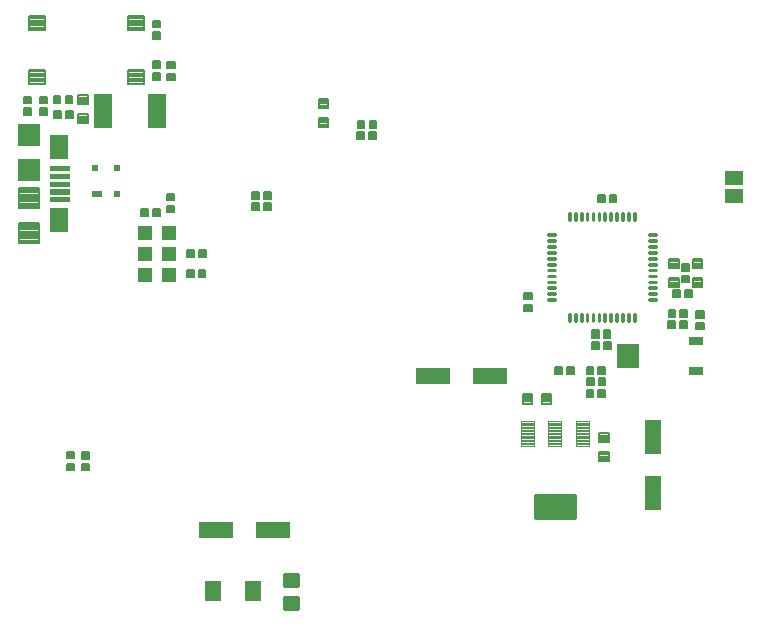
<source format=gtp>
G75*
%MOIN*%
%OFA0B0*%
%FSLAX25Y25*%
%IPPOS*%
%LPD*%
%AMOC8*
5,1,8,0,0,1.08239X$1,22.5*
%
%ADD10C,0.00748*%
%ADD11R,0.11811X0.05512*%
%ADD12C,0.01008*%
%ADD13C,0.00551*%
%ADD14R,0.05000X0.02500*%
%ADD15R,0.07500X0.08000*%
%ADD16R,0.04724X0.04724*%
%ADD17C,0.00480*%
%ADD18C,0.00866*%
%ADD19R,0.05512X0.11811*%
%ADD20R,0.06300X0.04600*%
%ADD21C,0.00157*%
%ADD22R,0.07480X0.07480*%
%ADD23R,0.06299X0.08268*%
%ADD24R,0.01890X0.02165*%
%ADD25R,0.03465X0.02165*%
%ADD26R,0.06299X0.11811*%
%ADD27C,0.00984*%
%ADD28R,0.05512X0.07087*%
%ADD29C,0.00827*%
D10*
X0011354Y0134045D02*
X0011354Y0140777D01*
X0018086Y0140777D01*
X0018086Y0134045D01*
X0011354Y0134045D01*
X0011354Y0134792D02*
X0018086Y0134792D01*
X0018086Y0135539D02*
X0011354Y0135539D01*
X0011354Y0136286D02*
X0018086Y0136286D01*
X0018086Y0137033D02*
X0011354Y0137033D01*
X0011354Y0137780D02*
X0018086Y0137780D01*
X0018086Y0138527D02*
X0011354Y0138527D01*
X0011354Y0139274D02*
X0018086Y0139274D01*
X0018086Y0140021D02*
X0011354Y0140021D01*
X0011354Y0140768D02*
X0018086Y0140768D01*
X0011354Y0145660D02*
X0011354Y0152392D01*
X0018086Y0152392D01*
X0018086Y0145660D01*
X0011354Y0145660D01*
X0011354Y0146407D02*
X0018086Y0146407D01*
X0018086Y0147154D02*
X0011354Y0147154D01*
X0011354Y0147901D02*
X0018086Y0147901D01*
X0018086Y0148648D02*
X0011354Y0148648D01*
X0011354Y0149395D02*
X0018086Y0149395D01*
X0018086Y0150142D02*
X0011354Y0150142D01*
X0011354Y0150889D02*
X0018086Y0150889D01*
X0018086Y0151636D02*
X0011354Y0151636D01*
X0011354Y0152383D02*
X0018086Y0152383D01*
X0031066Y0176896D02*
X0034254Y0176896D01*
X0034254Y0173904D01*
X0031066Y0173904D01*
X0031066Y0176896D01*
X0031066Y0174651D02*
X0034254Y0174651D01*
X0034254Y0175398D02*
X0031066Y0175398D01*
X0031066Y0176145D02*
X0034254Y0176145D01*
X0034254Y0176892D02*
X0031066Y0176892D01*
X0031066Y0183196D02*
X0034254Y0183196D01*
X0034254Y0180204D01*
X0031066Y0180204D01*
X0031066Y0183196D01*
X0031066Y0180951D02*
X0034254Y0180951D01*
X0034254Y0181698D02*
X0031066Y0181698D01*
X0031066Y0182445D02*
X0034254Y0182445D01*
X0034254Y0183192D02*
X0031066Y0183192D01*
X0111166Y0179026D02*
X0114354Y0179026D01*
X0111166Y0179026D02*
X0111166Y0182018D01*
X0114354Y0182018D01*
X0114354Y0179026D01*
X0114354Y0179773D02*
X0111166Y0179773D01*
X0111166Y0180520D02*
X0114354Y0180520D01*
X0114354Y0181267D02*
X0111166Y0181267D01*
X0111166Y0182014D02*
X0114354Y0182014D01*
X0114354Y0172726D02*
X0111166Y0172726D01*
X0111166Y0175718D01*
X0114354Y0175718D01*
X0114354Y0172726D01*
X0114354Y0173473D02*
X0111166Y0173473D01*
X0111166Y0174220D02*
X0114354Y0174220D01*
X0114354Y0174967D02*
X0111166Y0174967D01*
X0111166Y0175714D02*
X0114354Y0175714D01*
X0228066Y0125610D02*
X0231254Y0125610D01*
X0228066Y0125610D02*
X0228066Y0128602D01*
X0231254Y0128602D01*
X0231254Y0125610D01*
X0231254Y0126357D02*
X0228066Y0126357D01*
X0228066Y0127104D02*
X0231254Y0127104D01*
X0231254Y0127851D02*
X0228066Y0127851D01*
X0228066Y0128598D02*
X0231254Y0128598D01*
X0235766Y0125610D02*
X0238954Y0125610D01*
X0235766Y0125610D02*
X0235766Y0128602D01*
X0238954Y0128602D01*
X0238954Y0125610D01*
X0238954Y0126357D02*
X0235766Y0126357D01*
X0235766Y0127104D02*
X0238954Y0127104D01*
X0238954Y0127851D02*
X0235766Y0127851D01*
X0235766Y0128598D02*
X0238954Y0128598D01*
X0238954Y0119311D02*
X0235766Y0119311D01*
X0235766Y0122303D01*
X0238954Y0122303D01*
X0238954Y0119311D01*
X0238954Y0120058D02*
X0235766Y0120058D01*
X0235766Y0120805D02*
X0238954Y0120805D01*
X0238954Y0121552D02*
X0235766Y0121552D01*
X0235766Y0122299D02*
X0238954Y0122299D01*
X0231254Y0119311D02*
X0228066Y0119311D01*
X0228066Y0122303D01*
X0231254Y0122303D01*
X0231254Y0119311D01*
X0231254Y0120058D02*
X0228066Y0120058D01*
X0228066Y0120805D02*
X0231254Y0120805D01*
X0231254Y0121552D02*
X0228066Y0121552D01*
X0228066Y0122299D02*
X0231254Y0122299D01*
X0188650Y0083622D02*
X0188650Y0080434D01*
X0185658Y0080434D01*
X0185658Y0083622D01*
X0188650Y0083622D01*
X0188650Y0081181D02*
X0185658Y0081181D01*
X0185658Y0081928D02*
X0188650Y0081928D01*
X0188650Y0082675D02*
X0185658Y0082675D01*
X0185658Y0083422D02*
X0188650Y0083422D01*
X0182350Y0083622D02*
X0182350Y0080434D01*
X0179358Y0080434D01*
X0179358Y0083622D01*
X0182350Y0083622D01*
X0182350Y0081181D02*
X0179358Y0081181D01*
X0179358Y0081928D02*
X0182350Y0081928D01*
X0182350Y0082675D02*
X0179358Y0082675D01*
X0179358Y0083422D02*
X0182350Y0083422D01*
X0204717Y0067557D02*
X0207905Y0067557D01*
X0204717Y0067557D02*
X0204717Y0070549D01*
X0207905Y0070549D01*
X0207905Y0067557D01*
X0207905Y0068304D02*
X0204717Y0068304D01*
X0204717Y0069051D02*
X0207905Y0069051D01*
X0207905Y0069798D02*
X0204717Y0069798D01*
X0204717Y0070545D02*
X0207905Y0070545D01*
X0207905Y0061258D02*
X0204717Y0061258D01*
X0204717Y0064250D01*
X0207905Y0064250D01*
X0207905Y0061258D01*
X0207905Y0062005D02*
X0204717Y0062005D01*
X0204717Y0062752D02*
X0207905Y0062752D01*
X0207905Y0063499D02*
X0204717Y0063499D01*
X0204717Y0064246D02*
X0207905Y0064246D01*
D11*
X0168133Y0089752D03*
X0149235Y0089752D03*
X0095843Y0038289D03*
X0076945Y0038289D03*
D12*
X0187555Y0115249D02*
X0189893Y0115249D01*
X0189893Y0114997D01*
X0187555Y0114997D01*
X0187555Y0115249D01*
X0187555Y0117218D02*
X0189893Y0117218D01*
X0189893Y0116966D01*
X0187555Y0116966D01*
X0187555Y0117218D01*
X0187555Y0119186D02*
X0189893Y0119186D01*
X0189893Y0118934D01*
X0187555Y0118934D01*
X0187555Y0119186D01*
X0187555Y0121155D02*
X0189893Y0121155D01*
X0189893Y0120903D01*
X0187555Y0120903D01*
X0187555Y0121155D01*
X0187555Y0123123D02*
X0189893Y0123123D01*
X0189893Y0122871D01*
X0187555Y0122871D01*
X0187555Y0123123D01*
X0187555Y0125092D02*
X0189893Y0125092D01*
X0189893Y0124840D01*
X0187555Y0124840D01*
X0187555Y0125092D01*
X0187555Y0127060D02*
X0189893Y0127060D01*
X0189893Y0126808D01*
X0187555Y0126808D01*
X0187555Y0127060D01*
X0187555Y0129029D02*
X0189893Y0129029D01*
X0189893Y0128777D01*
X0187555Y0128777D01*
X0187555Y0129029D01*
X0187555Y0130997D02*
X0189893Y0130997D01*
X0189893Y0130745D01*
X0187555Y0130745D01*
X0187555Y0130997D01*
X0187555Y0132966D02*
X0189893Y0132966D01*
X0189893Y0132714D01*
X0187555Y0132714D01*
X0187555Y0132966D01*
X0187555Y0134934D02*
X0189893Y0134934D01*
X0189893Y0134682D01*
X0187555Y0134682D01*
X0187555Y0134934D01*
X0187555Y0136903D02*
X0189893Y0136903D01*
X0189893Y0136651D01*
X0187555Y0136651D01*
X0187555Y0136903D01*
X0194854Y0141612D02*
X0194854Y0143950D01*
X0194854Y0141612D02*
X0194602Y0141612D01*
X0194602Y0143950D01*
X0194854Y0143950D01*
X0194854Y0142619D02*
X0194602Y0142619D01*
X0194602Y0143626D02*
X0194854Y0143626D01*
X0196823Y0143950D02*
X0196823Y0141612D01*
X0196571Y0141612D01*
X0196571Y0143950D01*
X0196823Y0143950D01*
X0196823Y0142619D02*
X0196571Y0142619D01*
X0196571Y0143626D02*
X0196823Y0143626D01*
X0198791Y0143950D02*
X0198791Y0141612D01*
X0198539Y0141612D01*
X0198539Y0143950D01*
X0198791Y0143950D01*
X0198791Y0142619D02*
X0198539Y0142619D01*
X0198539Y0143626D02*
X0198791Y0143626D01*
X0200760Y0143950D02*
X0200760Y0141612D01*
X0200508Y0141612D01*
X0200508Y0143950D01*
X0200760Y0143950D01*
X0200760Y0142619D02*
X0200508Y0142619D01*
X0200508Y0143626D02*
X0200760Y0143626D01*
X0202728Y0143950D02*
X0202728Y0141612D01*
X0202476Y0141612D01*
X0202476Y0143950D01*
X0202728Y0143950D01*
X0202728Y0142619D02*
X0202476Y0142619D01*
X0202476Y0143626D02*
X0202728Y0143626D01*
X0204697Y0143950D02*
X0204697Y0141612D01*
X0204445Y0141612D01*
X0204445Y0143950D01*
X0204697Y0143950D01*
X0204697Y0142619D02*
X0204445Y0142619D01*
X0204445Y0143626D02*
X0204697Y0143626D01*
X0206665Y0143950D02*
X0206665Y0141612D01*
X0206413Y0141612D01*
X0206413Y0143950D01*
X0206665Y0143950D01*
X0206665Y0142619D02*
X0206413Y0142619D01*
X0206413Y0143626D02*
X0206665Y0143626D01*
X0208634Y0143950D02*
X0208634Y0141612D01*
X0208382Y0141612D01*
X0208382Y0143950D01*
X0208634Y0143950D01*
X0208634Y0142619D02*
X0208382Y0142619D01*
X0208382Y0143626D02*
X0208634Y0143626D01*
X0210602Y0143950D02*
X0210602Y0141612D01*
X0210350Y0141612D01*
X0210350Y0143950D01*
X0210602Y0143950D01*
X0210602Y0142619D02*
X0210350Y0142619D01*
X0210350Y0143626D02*
X0210602Y0143626D01*
X0212571Y0143950D02*
X0212571Y0141612D01*
X0212319Y0141612D01*
X0212319Y0143950D01*
X0212571Y0143950D01*
X0212571Y0142619D02*
X0212319Y0142619D01*
X0212319Y0143626D02*
X0212571Y0143626D01*
X0214539Y0143950D02*
X0214539Y0141612D01*
X0214287Y0141612D01*
X0214287Y0143950D01*
X0214539Y0143950D01*
X0214539Y0142619D02*
X0214287Y0142619D01*
X0214287Y0143626D02*
X0214539Y0143626D01*
X0216508Y0143950D02*
X0216508Y0141612D01*
X0216256Y0141612D01*
X0216256Y0143950D01*
X0216508Y0143950D01*
X0216508Y0142619D02*
X0216256Y0142619D01*
X0216256Y0143626D02*
X0216508Y0143626D01*
X0221217Y0136903D02*
X0223555Y0136903D01*
X0223555Y0136651D01*
X0221217Y0136651D01*
X0221217Y0136903D01*
X0221217Y0134934D02*
X0223555Y0134934D01*
X0223555Y0134682D01*
X0221217Y0134682D01*
X0221217Y0134934D01*
X0221217Y0132966D02*
X0223555Y0132966D01*
X0223555Y0132714D01*
X0221217Y0132714D01*
X0221217Y0132966D01*
X0221217Y0130997D02*
X0223555Y0130997D01*
X0223555Y0130745D01*
X0221217Y0130745D01*
X0221217Y0130997D01*
X0221217Y0129029D02*
X0223555Y0129029D01*
X0223555Y0128777D01*
X0221217Y0128777D01*
X0221217Y0129029D01*
X0221217Y0127060D02*
X0223555Y0127060D01*
X0223555Y0126808D01*
X0221217Y0126808D01*
X0221217Y0127060D01*
X0221217Y0125092D02*
X0223555Y0125092D01*
X0223555Y0124840D01*
X0221217Y0124840D01*
X0221217Y0125092D01*
X0221217Y0123123D02*
X0223555Y0123123D01*
X0223555Y0122871D01*
X0221217Y0122871D01*
X0221217Y0123123D01*
X0221217Y0121155D02*
X0223555Y0121155D01*
X0223555Y0120903D01*
X0221217Y0120903D01*
X0221217Y0121155D01*
X0221217Y0119186D02*
X0223555Y0119186D01*
X0223555Y0118934D01*
X0221217Y0118934D01*
X0221217Y0119186D01*
X0221217Y0117218D02*
X0223555Y0117218D01*
X0223555Y0116966D01*
X0221217Y0116966D01*
X0221217Y0117218D01*
X0221217Y0115249D02*
X0223555Y0115249D01*
X0223555Y0114997D01*
X0221217Y0114997D01*
X0221217Y0115249D01*
X0216508Y0110288D02*
X0216508Y0107950D01*
X0216256Y0107950D01*
X0216256Y0110288D01*
X0216508Y0110288D01*
X0216508Y0108957D02*
X0216256Y0108957D01*
X0216256Y0109964D02*
X0216508Y0109964D01*
X0214539Y0110288D02*
X0214539Y0107950D01*
X0214287Y0107950D01*
X0214287Y0110288D01*
X0214539Y0110288D01*
X0214539Y0108957D02*
X0214287Y0108957D01*
X0214287Y0109964D02*
X0214539Y0109964D01*
X0212571Y0110288D02*
X0212571Y0107950D01*
X0212319Y0107950D01*
X0212319Y0110288D01*
X0212571Y0110288D01*
X0212571Y0108957D02*
X0212319Y0108957D01*
X0212319Y0109964D02*
X0212571Y0109964D01*
X0210602Y0110288D02*
X0210602Y0107950D01*
X0210350Y0107950D01*
X0210350Y0110288D01*
X0210602Y0110288D01*
X0210602Y0108957D02*
X0210350Y0108957D01*
X0210350Y0109964D02*
X0210602Y0109964D01*
X0208634Y0110288D02*
X0208634Y0107950D01*
X0208382Y0107950D01*
X0208382Y0110288D01*
X0208634Y0110288D01*
X0208634Y0108957D02*
X0208382Y0108957D01*
X0208382Y0109964D02*
X0208634Y0109964D01*
X0206665Y0110288D02*
X0206665Y0107950D01*
X0206413Y0107950D01*
X0206413Y0110288D01*
X0206665Y0110288D01*
X0206665Y0108957D02*
X0206413Y0108957D01*
X0206413Y0109964D02*
X0206665Y0109964D01*
X0204697Y0110288D02*
X0204697Y0107950D01*
X0204445Y0107950D01*
X0204445Y0110288D01*
X0204697Y0110288D01*
X0204697Y0108957D02*
X0204445Y0108957D01*
X0204445Y0109964D02*
X0204697Y0109964D01*
X0202728Y0110288D02*
X0202728Y0107950D01*
X0202476Y0107950D01*
X0202476Y0110288D01*
X0202728Y0110288D01*
X0202728Y0108957D02*
X0202476Y0108957D01*
X0202476Y0109964D02*
X0202728Y0109964D01*
X0200760Y0110288D02*
X0200760Y0107950D01*
X0200508Y0107950D01*
X0200508Y0110288D01*
X0200760Y0110288D01*
X0200760Y0108957D02*
X0200508Y0108957D01*
X0200508Y0109964D02*
X0200760Y0109964D01*
X0198791Y0110288D02*
X0198791Y0107950D01*
X0198539Y0107950D01*
X0198539Y0110288D01*
X0198791Y0110288D01*
X0198791Y0108957D02*
X0198539Y0108957D01*
X0198539Y0109964D02*
X0198791Y0109964D01*
X0196823Y0110288D02*
X0196823Y0107950D01*
X0196571Y0107950D01*
X0196571Y0110288D01*
X0196823Y0110288D01*
X0196823Y0108957D02*
X0196571Y0108957D01*
X0196571Y0109964D02*
X0196823Y0109964D01*
X0194854Y0110288D02*
X0194854Y0107950D01*
X0194602Y0107950D01*
X0194602Y0110288D01*
X0194854Y0110288D01*
X0194854Y0108957D02*
X0194602Y0108957D01*
X0194602Y0109964D02*
X0194854Y0109964D01*
D13*
X0029761Y0060484D02*
X0027359Y0060484D01*
X0029761Y0060484D02*
X0029761Y0058278D01*
X0027359Y0058278D01*
X0027359Y0060484D01*
X0027359Y0058828D02*
X0029761Y0058828D01*
X0029761Y0059378D02*
X0027359Y0059378D01*
X0027359Y0059928D02*
X0029761Y0059928D01*
X0029761Y0060478D02*
X0027359Y0060478D01*
X0027359Y0064422D02*
X0029761Y0064422D01*
X0029761Y0062216D01*
X0027359Y0062216D01*
X0027359Y0064422D01*
X0027359Y0062766D02*
X0029761Y0062766D01*
X0029761Y0063316D02*
X0027359Y0063316D01*
X0027359Y0063866D02*
X0029761Y0063866D01*
X0029761Y0064416D02*
X0027359Y0064416D01*
X0032159Y0062116D02*
X0034561Y0062116D01*
X0032159Y0062116D02*
X0032159Y0064322D01*
X0034561Y0064322D01*
X0034561Y0062116D01*
X0034561Y0062666D02*
X0032159Y0062666D01*
X0032159Y0063216D02*
X0034561Y0063216D01*
X0034561Y0063766D02*
X0032159Y0063766D01*
X0032159Y0064316D02*
X0034561Y0064316D01*
X0034561Y0058178D02*
X0032159Y0058178D01*
X0032159Y0060384D01*
X0034561Y0060384D01*
X0034561Y0058178D01*
X0034561Y0058728D02*
X0032159Y0058728D01*
X0032159Y0059278D02*
X0034561Y0059278D01*
X0034561Y0059828D02*
X0032159Y0059828D01*
X0032159Y0060378D02*
X0034561Y0060378D01*
X0067274Y0122547D02*
X0067274Y0124949D01*
X0069480Y0124949D01*
X0069480Y0122547D01*
X0067274Y0122547D01*
X0067274Y0123097D02*
X0069480Y0123097D01*
X0069480Y0123647D02*
X0067274Y0123647D01*
X0067274Y0124197D02*
X0069480Y0124197D01*
X0069480Y0124747D02*
X0067274Y0124747D01*
X0071211Y0124949D02*
X0071211Y0122547D01*
X0071211Y0124949D02*
X0073417Y0124949D01*
X0073417Y0122547D01*
X0071211Y0122547D01*
X0071211Y0123097D02*
X0073417Y0123097D01*
X0073417Y0123647D02*
X0071211Y0123647D01*
X0071211Y0124197D02*
X0073417Y0124197D01*
X0073417Y0124747D02*
X0071211Y0124747D01*
X0071325Y0129249D02*
X0071325Y0131651D01*
X0073531Y0131651D01*
X0073531Y0129249D01*
X0071325Y0129249D01*
X0071325Y0129799D02*
X0073531Y0129799D01*
X0073531Y0130349D02*
X0071325Y0130349D01*
X0071325Y0130899D02*
X0073531Y0130899D01*
X0073531Y0131449D02*
X0071325Y0131449D01*
X0067388Y0131651D02*
X0067388Y0129249D01*
X0067388Y0131651D02*
X0069594Y0131651D01*
X0069594Y0129249D01*
X0067388Y0129249D01*
X0067388Y0129799D02*
X0069594Y0129799D01*
X0069594Y0130349D02*
X0067388Y0130349D01*
X0067388Y0130899D02*
X0069594Y0130899D01*
X0069594Y0131449D02*
X0067388Y0131449D01*
X0055925Y0142949D02*
X0055925Y0145351D01*
X0058131Y0145351D01*
X0058131Y0142949D01*
X0055925Y0142949D01*
X0055925Y0143499D02*
X0058131Y0143499D01*
X0058131Y0144049D02*
X0055925Y0144049D01*
X0055925Y0144599D02*
X0058131Y0144599D01*
X0058131Y0145149D02*
X0055925Y0145149D01*
X0051988Y0145351D02*
X0051988Y0142949D01*
X0051988Y0145351D02*
X0054194Y0145351D01*
X0054194Y0142949D01*
X0051988Y0142949D01*
X0051988Y0143499D02*
X0054194Y0143499D01*
X0054194Y0144049D02*
X0051988Y0144049D01*
X0051988Y0144599D02*
X0054194Y0144599D01*
X0054194Y0145149D02*
X0051988Y0145149D01*
X0060559Y0144278D02*
X0062961Y0144278D01*
X0060559Y0144278D02*
X0060559Y0146484D01*
X0062961Y0146484D01*
X0062961Y0144278D01*
X0062961Y0144828D02*
X0060559Y0144828D01*
X0060559Y0145378D02*
X0062961Y0145378D01*
X0062961Y0145928D02*
X0060559Y0145928D01*
X0060559Y0146478D02*
X0062961Y0146478D01*
X0062961Y0148216D02*
X0060559Y0148216D01*
X0060559Y0150422D01*
X0062961Y0150422D01*
X0062961Y0148216D01*
X0062961Y0148766D02*
X0060559Y0148766D01*
X0060559Y0149316D02*
X0062961Y0149316D01*
X0062961Y0149866D02*
X0060559Y0149866D01*
X0060559Y0150416D02*
X0062961Y0150416D01*
X0088988Y0151151D02*
X0088988Y0148749D01*
X0088988Y0151151D02*
X0091194Y0151151D01*
X0091194Y0148749D01*
X0088988Y0148749D01*
X0088988Y0149299D02*
X0091194Y0149299D01*
X0091194Y0149849D02*
X0088988Y0149849D01*
X0088988Y0150399D02*
X0091194Y0150399D01*
X0091194Y0150949D02*
X0088988Y0150949D01*
X0092925Y0151151D02*
X0092925Y0148749D01*
X0092925Y0151151D02*
X0095131Y0151151D01*
X0095131Y0148749D01*
X0092925Y0148749D01*
X0092925Y0149299D02*
X0095131Y0149299D01*
X0095131Y0149849D02*
X0092925Y0149849D01*
X0092925Y0150399D02*
X0095131Y0150399D01*
X0095131Y0150949D02*
X0092925Y0150949D01*
X0095131Y0147451D02*
X0095131Y0145049D01*
X0092925Y0145049D01*
X0092925Y0147451D01*
X0095131Y0147451D01*
X0095131Y0145599D02*
X0092925Y0145599D01*
X0092925Y0146149D02*
X0095131Y0146149D01*
X0095131Y0146699D02*
X0092925Y0146699D01*
X0092925Y0147249D02*
X0095131Y0147249D01*
X0091194Y0147451D02*
X0091194Y0145049D01*
X0088988Y0145049D01*
X0088988Y0147451D01*
X0091194Y0147451D01*
X0091194Y0145599D02*
X0088988Y0145599D01*
X0088988Y0146149D02*
X0091194Y0146149D01*
X0091194Y0146699D02*
X0088988Y0146699D01*
X0088988Y0147249D02*
X0091194Y0147249D01*
X0126294Y0168549D02*
X0126294Y0170951D01*
X0126294Y0168549D02*
X0124088Y0168549D01*
X0124088Y0170951D01*
X0126294Y0170951D01*
X0126294Y0169099D02*
X0124088Y0169099D01*
X0124088Y0169649D02*
X0126294Y0169649D01*
X0126294Y0170199D02*
X0124088Y0170199D01*
X0124088Y0170749D02*
X0126294Y0170749D01*
X0126394Y0172349D02*
X0126394Y0174751D01*
X0126394Y0172349D02*
X0124188Y0172349D01*
X0124188Y0174751D01*
X0126394Y0174751D01*
X0126394Y0172899D02*
X0124188Y0172899D01*
X0124188Y0173449D02*
X0126394Y0173449D01*
X0126394Y0173999D02*
X0124188Y0173999D01*
X0124188Y0174549D02*
X0126394Y0174549D01*
X0130331Y0174751D02*
X0130331Y0172349D01*
X0128125Y0172349D01*
X0128125Y0174751D01*
X0130331Y0174751D01*
X0130331Y0172899D02*
X0128125Y0172899D01*
X0128125Y0173449D02*
X0130331Y0173449D01*
X0130331Y0173999D02*
X0128125Y0173999D01*
X0128125Y0174549D02*
X0130331Y0174549D01*
X0130231Y0170951D02*
X0130231Y0168549D01*
X0128025Y0168549D01*
X0128025Y0170951D01*
X0130231Y0170951D01*
X0130231Y0169099D02*
X0128025Y0169099D01*
X0128025Y0169649D02*
X0130231Y0169649D01*
X0130231Y0170199D02*
X0128025Y0170199D01*
X0128025Y0170749D02*
X0130231Y0170749D01*
X0063161Y0188278D02*
X0060759Y0188278D01*
X0060759Y0190484D01*
X0063161Y0190484D01*
X0063161Y0188278D01*
X0063161Y0188828D02*
X0060759Y0188828D01*
X0060759Y0189378D02*
X0063161Y0189378D01*
X0063161Y0189928D02*
X0060759Y0189928D01*
X0060759Y0190478D02*
X0063161Y0190478D01*
X0063161Y0192216D02*
X0060759Y0192216D01*
X0060759Y0194422D01*
X0063161Y0194422D01*
X0063161Y0192216D01*
X0063161Y0192766D02*
X0060759Y0192766D01*
X0060759Y0193316D02*
X0063161Y0193316D01*
X0063161Y0193866D02*
X0060759Y0193866D01*
X0060759Y0194416D02*
X0063161Y0194416D01*
X0058361Y0194522D02*
X0055959Y0194522D01*
X0058361Y0194522D02*
X0058361Y0192316D01*
X0055959Y0192316D01*
X0055959Y0194522D01*
X0055959Y0192866D02*
X0058361Y0192866D01*
X0058361Y0193416D02*
X0055959Y0193416D01*
X0055959Y0193966D02*
X0058361Y0193966D01*
X0058361Y0194516D02*
X0055959Y0194516D01*
X0055959Y0190584D02*
X0058361Y0190584D01*
X0058361Y0188378D01*
X0055959Y0188378D01*
X0055959Y0190584D01*
X0055959Y0188928D02*
X0058361Y0188928D01*
X0058361Y0189478D02*
X0055959Y0189478D01*
X0055959Y0190028D02*
X0058361Y0190028D01*
X0058361Y0190578D02*
X0055959Y0190578D01*
X0055959Y0204184D02*
X0058361Y0204184D01*
X0058361Y0201978D01*
X0055959Y0201978D01*
X0055959Y0204184D01*
X0055959Y0202528D02*
X0058361Y0202528D01*
X0058361Y0203078D02*
X0055959Y0203078D01*
X0055959Y0203628D02*
X0058361Y0203628D01*
X0058361Y0204178D02*
X0055959Y0204178D01*
X0055959Y0208122D02*
X0058361Y0208122D01*
X0058361Y0205916D01*
X0055959Y0205916D01*
X0055959Y0208122D01*
X0055959Y0206466D02*
X0058361Y0206466D01*
X0058361Y0207016D02*
X0055959Y0207016D01*
X0055959Y0207566D02*
X0058361Y0207566D01*
X0058361Y0208116D02*
X0055959Y0208116D01*
X0029031Y0182951D02*
X0029031Y0180549D01*
X0026825Y0180549D01*
X0026825Y0182951D01*
X0029031Y0182951D01*
X0029031Y0181099D02*
X0026825Y0181099D01*
X0026825Y0181649D02*
X0029031Y0181649D01*
X0029031Y0182199D02*
X0026825Y0182199D01*
X0026825Y0182749D02*
X0029031Y0182749D01*
X0025094Y0182951D02*
X0025094Y0180549D01*
X0022888Y0180549D01*
X0022888Y0182951D01*
X0025094Y0182951D01*
X0025094Y0181099D02*
X0022888Y0181099D01*
X0022888Y0181649D02*
X0025094Y0181649D01*
X0025094Y0182199D02*
X0022888Y0182199D01*
X0022888Y0182749D02*
X0025094Y0182749D01*
X0020661Y0180616D02*
X0018259Y0180616D01*
X0018259Y0182822D01*
X0020661Y0182822D01*
X0020661Y0180616D01*
X0020661Y0181166D02*
X0018259Y0181166D01*
X0018259Y0181716D02*
X0020661Y0181716D01*
X0020661Y0182266D02*
X0018259Y0182266D01*
X0018259Y0182816D02*
X0020661Y0182816D01*
X0020661Y0176678D02*
X0018259Y0176678D01*
X0018259Y0178884D01*
X0020661Y0178884D01*
X0020661Y0176678D01*
X0020661Y0177228D02*
X0018259Y0177228D01*
X0018259Y0177778D02*
X0020661Y0177778D01*
X0020661Y0178328D02*
X0018259Y0178328D01*
X0018259Y0178878D02*
X0020661Y0178878D01*
X0025194Y0178051D02*
X0025194Y0175649D01*
X0022988Y0175649D01*
X0022988Y0178051D01*
X0025194Y0178051D01*
X0025194Y0176199D02*
X0022988Y0176199D01*
X0022988Y0176749D02*
X0025194Y0176749D01*
X0025194Y0177299D02*
X0022988Y0177299D01*
X0022988Y0177849D02*
X0025194Y0177849D01*
X0029131Y0178051D02*
X0029131Y0175649D01*
X0026925Y0175649D01*
X0026925Y0178051D01*
X0029131Y0178051D01*
X0029131Y0176199D02*
X0026925Y0176199D01*
X0026925Y0176749D02*
X0029131Y0176749D01*
X0029131Y0177299D02*
X0026925Y0177299D01*
X0026925Y0177849D02*
X0029131Y0177849D01*
X0015410Y0176644D02*
X0013008Y0176644D01*
X0013008Y0178850D01*
X0015410Y0178850D01*
X0015410Y0176644D01*
X0015410Y0177194D02*
X0013008Y0177194D01*
X0013008Y0177744D02*
X0015410Y0177744D01*
X0015410Y0178294D02*
X0013008Y0178294D01*
X0013008Y0178844D02*
X0015410Y0178844D01*
X0015410Y0180581D02*
X0013008Y0180581D01*
X0013008Y0182787D01*
X0015410Y0182787D01*
X0015410Y0180581D01*
X0015410Y0181131D02*
X0013008Y0181131D01*
X0013008Y0181681D02*
X0015410Y0181681D01*
X0015410Y0182231D02*
X0013008Y0182231D01*
X0013008Y0182781D02*
X0015410Y0182781D01*
X0179749Y0117386D02*
X0182151Y0117386D01*
X0182151Y0115180D01*
X0179749Y0115180D01*
X0179749Y0117386D01*
X0179749Y0115730D02*
X0182151Y0115730D01*
X0182151Y0116280D02*
X0179749Y0116280D01*
X0179749Y0116830D02*
X0182151Y0116830D01*
X0182151Y0117380D02*
X0179749Y0117380D01*
X0179749Y0113449D02*
X0182151Y0113449D01*
X0182151Y0111243D01*
X0179749Y0111243D01*
X0179749Y0113449D01*
X0179749Y0111793D02*
X0182151Y0111793D01*
X0182151Y0112343D02*
X0179749Y0112343D01*
X0179749Y0112893D02*
X0182151Y0112893D01*
X0182151Y0113443D02*
X0179749Y0113443D01*
X0202277Y0104826D02*
X0202277Y0102424D01*
X0202277Y0104826D02*
X0204483Y0104826D01*
X0204483Y0102424D01*
X0202277Y0102424D01*
X0202277Y0102974D02*
X0204483Y0102974D01*
X0204483Y0103524D02*
X0202277Y0103524D01*
X0202277Y0104074D02*
X0204483Y0104074D01*
X0204483Y0104624D02*
X0202277Y0104624D01*
X0206214Y0104826D02*
X0206214Y0102424D01*
X0206214Y0104826D02*
X0208420Y0104826D01*
X0208420Y0102424D01*
X0206214Y0102424D01*
X0206214Y0102974D02*
X0208420Y0102974D01*
X0208420Y0103524D02*
X0206214Y0103524D01*
X0206214Y0104074D02*
X0208420Y0104074D01*
X0208420Y0104624D02*
X0206214Y0104624D01*
X0206314Y0101116D02*
X0206314Y0098714D01*
X0206314Y0101116D02*
X0208520Y0101116D01*
X0208520Y0098714D01*
X0206314Y0098714D01*
X0206314Y0099264D02*
X0208520Y0099264D01*
X0208520Y0099814D02*
X0206314Y0099814D01*
X0206314Y0100364D02*
X0208520Y0100364D01*
X0208520Y0100914D02*
X0206314Y0100914D01*
X0202377Y0101116D02*
X0202377Y0098714D01*
X0202377Y0101116D02*
X0204583Y0101116D01*
X0204583Y0098714D01*
X0202377Y0098714D01*
X0202377Y0099264D02*
X0204583Y0099264D01*
X0204583Y0099814D02*
X0202377Y0099814D01*
X0202377Y0100364D02*
X0204583Y0100364D01*
X0204583Y0100914D02*
X0202377Y0100914D01*
X0200488Y0092727D02*
X0200488Y0090325D01*
X0200488Y0092727D02*
X0202694Y0092727D01*
X0202694Y0090325D01*
X0200488Y0090325D01*
X0200488Y0090875D02*
X0202694Y0090875D01*
X0202694Y0091425D02*
X0200488Y0091425D01*
X0200488Y0091975D02*
X0202694Y0091975D01*
X0202694Y0092525D02*
X0200488Y0092525D01*
X0200585Y0088932D02*
X0200585Y0086530D01*
X0200585Y0088932D02*
X0202791Y0088932D01*
X0202791Y0086530D01*
X0200585Y0086530D01*
X0200585Y0087080D02*
X0202791Y0087080D01*
X0202791Y0087630D02*
X0200585Y0087630D01*
X0200585Y0088180D02*
X0202791Y0088180D01*
X0202791Y0088730D02*
X0200585Y0088730D01*
X0204522Y0088932D02*
X0204522Y0086530D01*
X0204522Y0088932D02*
X0206728Y0088932D01*
X0206728Y0086530D01*
X0204522Y0086530D01*
X0204522Y0087080D02*
X0206728Y0087080D01*
X0206728Y0087630D02*
X0204522Y0087630D01*
X0204522Y0088180D02*
X0206728Y0088180D01*
X0206728Y0088730D02*
X0204522Y0088730D01*
X0204425Y0090325D02*
X0204425Y0092727D01*
X0206631Y0092727D01*
X0206631Y0090325D01*
X0204425Y0090325D01*
X0204425Y0090875D02*
X0206631Y0090875D01*
X0206631Y0091425D02*
X0204425Y0091425D01*
X0204425Y0091975D02*
X0206631Y0091975D01*
X0206631Y0092525D02*
X0204425Y0092525D01*
X0196231Y0092727D02*
X0196231Y0090325D01*
X0194025Y0090325D01*
X0194025Y0092727D01*
X0196231Y0092727D01*
X0196231Y0090875D02*
X0194025Y0090875D01*
X0194025Y0091425D02*
X0196231Y0091425D01*
X0196231Y0091975D02*
X0194025Y0091975D01*
X0194025Y0092525D02*
X0196231Y0092525D01*
X0192294Y0092727D02*
X0192294Y0090325D01*
X0190088Y0090325D01*
X0190088Y0092727D01*
X0192294Y0092727D01*
X0192294Y0090875D02*
X0190088Y0090875D01*
X0190088Y0091425D02*
X0192294Y0091425D01*
X0192294Y0091975D02*
X0190088Y0091975D01*
X0190088Y0092525D02*
X0192294Y0092525D01*
X0202694Y0085135D02*
X0202694Y0082733D01*
X0200488Y0082733D01*
X0200488Y0085135D01*
X0202694Y0085135D01*
X0202694Y0083283D02*
X0200488Y0083283D01*
X0200488Y0083833D02*
X0202694Y0083833D01*
X0202694Y0084383D02*
X0200488Y0084383D01*
X0200488Y0084933D02*
X0202694Y0084933D01*
X0206631Y0085135D02*
X0206631Y0082733D01*
X0204425Y0082733D01*
X0204425Y0085135D01*
X0206631Y0085135D01*
X0206631Y0083283D02*
X0204425Y0083283D01*
X0204425Y0083833D02*
X0206631Y0083833D01*
X0206631Y0084383D02*
X0204425Y0084383D01*
X0204425Y0084933D02*
X0206631Y0084933D01*
X0229894Y0105557D02*
X0229894Y0107959D01*
X0229894Y0105557D02*
X0227688Y0105557D01*
X0227688Y0107959D01*
X0229894Y0107959D01*
X0229894Y0106107D02*
X0227688Y0106107D01*
X0227688Y0106657D02*
X0229894Y0106657D01*
X0229894Y0107207D02*
X0227688Y0107207D01*
X0227688Y0107757D02*
X0229894Y0107757D01*
X0229994Y0109357D02*
X0229994Y0111759D01*
X0229994Y0109357D02*
X0227788Y0109357D01*
X0227788Y0111759D01*
X0229994Y0111759D01*
X0229994Y0109907D02*
X0227788Y0109907D01*
X0227788Y0110457D02*
X0229994Y0110457D01*
X0229994Y0111007D02*
X0227788Y0111007D01*
X0227788Y0111557D02*
X0229994Y0111557D01*
X0233931Y0111759D02*
X0233931Y0109357D01*
X0231725Y0109357D01*
X0231725Y0111759D01*
X0233931Y0111759D01*
X0233931Y0109907D02*
X0231725Y0109907D01*
X0231725Y0110457D02*
X0233931Y0110457D01*
X0233931Y0111007D02*
X0231725Y0111007D01*
X0231725Y0111557D02*
X0233931Y0111557D01*
X0237059Y0109116D02*
X0239461Y0109116D01*
X0237059Y0109116D02*
X0237059Y0111322D01*
X0239461Y0111322D01*
X0239461Y0109116D01*
X0239461Y0109666D02*
X0237059Y0109666D01*
X0237059Y0110216D02*
X0239461Y0110216D01*
X0239461Y0110766D02*
X0237059Y0110766D01*
X0237059Y0111316D02*
X0239461Y0111316D01*
X0239461Y0105178D02*
X0237059Y0105178D01*
X0237059Y0107384D01*
X0239461Y0107384D01*
X0239461Y0105178D01*
X0239461Y0105728D02*
X0237059Y0105728D01*
X0237059Y0106278D02*
X0239461Y0106278D01*
X0239461Y0106828D02*
X0237059Y0106828D01*
X0237059Y0107378D02*
X0239461Y0107378D01*
X0233831Y0107959D02*
X0233831Y0105557D01*
X0231625Y0105557D01*
X0231625Y0107959D01*
X0233831Y0107959D01*
X0233831Y0106107D02*
X0231625Y0106107D01*
X0231625Y0106657D02*
X0233831Y0106657D01*
X0233831Y0107207D02*
X0231625Y0107207D01*
X0231625Y0107757D02*
X0233831Y0107757D01*
X0235531Y0115952D02*
X0235531Y0118354D01*
X0235531Y0115952D02*
X0233325Y0115952D01*
X0233325Y0118354D01*
X0235531Y0118354D01*
X0235531Y0116502D02*
X0233325Y0116502D01*
X0233325Y0117052D02*
X0235531Y0117052D01*
X0235531Y0117602D02*
X0233325Y0117602D01*
X0233325Y0118152D02*
X0235531Y0118152D01*
X0231594Y0118354D02*
X0231594Y0115952D01*
X0229388Y0115952D01*
X0229388Y0118354D01*
X0231594Y0118354D01*
X0231594Y0116502D02*
X0229388Y0116502D01*
X0229388Y0117052D02*
X0231594Y0117052D01*
X0231594Y0117602D02*
X0229388Y0117602D01*
X0229388Y0118152D02*
X0231594Y0118152D01*
X0232359Y0120885D02*
X0234761Y0120885D01*
X0232359Y0120885D02*
X0232359Y0123091D01*
X0234761Y0123091D01*
X0234761Y0120885D01*
X0234761Y0121435D02*
X0232359Y0121435D01*
X0232359Y0121985D02*
X0234761Y0121985D01*
X0234761Y0122535D02*
X0232359Y0122535D01*
X0232359Y0123085D02*
X0234761Y0123085D01*
X0234761Y0124822D02*
X0232359Y0124822D01*
X0232359Y0127028D01*
X0234761Y0127028D01*
X0234761Y0124822D01*
X0234761Y0125372D02*
X0232359Y0125372D01*
X0232359Y0125922D02*
X0234761Y0125922D01*
X0234761Y0126472D02*
X0232359Y0126472D01*
X0232359Y0127022D02*
X0234761Y0127022D01*
X0210431Y0147640D02*
X0210431Y0150042D01*
X0210431Y0147640D02*
X0208225Y0147640D01*
X0208225Y0150042D01*
X0210431Y0150042D01*
X0210431Y0148190D02*
X0208225Y0148190D01*
X0208225Y0148740D02*
X0210431Y0148740D01*
X0210431Y0149290D02*
X0208225Y0149290D01*
X0208225Y0149840D02*
X0210431Y0149840D01*
X0206494Y0150042D02*
X0206494Y0147640D01*
X0204288Y0147640D01*
X0204288Y0150042D01*
X0206494Y0150042D01*
X0206494Y0148190D02*
X0204288Y0148190D01*
X0204288Y0148740D02*
X0206494Y0148740D01*
X0206494Y0149290D02*
X0204288Y0149290D01*
X0204288Y0149840D02*
X0206494Y0149840D01*
D14*
X0236876Y0101207D03*
X0236876Y0091207D03*
D15*
X0214376Y0096207D03*
D16*
X0061394Y0123450D03*
X0061394Y0130450D03*
X0061394Y0137450D03*
X0053126Y0137450D03*
X0053126Y0130450D03*
X0053126Y0123450D03*
D17*
X0178658Y0074782D02*
X0182976Y0074782D01*
X0182976Y0066464D01*
X0178658Y0066464D01*
X0178658Y0074782D01*
X0178658Y0066943D02*
X0182976Y0066943D01*
X0182976Y0067422D02*
X0178658Y0067422D01*
X0178658Y0067901D02*
X0182976Y0067901D01*
X0182976Y0068380D02*
X0178658Y0068380D01*
X0178658Y0068859D02*
X0182976Y0068859D01*
X0182976Y0069338D02*
X0178658Y0069338D01*
X0178658Y0069817D02*
X0182976Y0069817D01*
X0182976Y0070296D02*
X0178658Y0070296D01*
X0178658Y0070775D02*
X0182976Y0070775D01*
X0182976Y0071254D02*
X0178658Y0071254D01*
X0178658Y0071733D02*
X0182976Y0071733D01*
X0182976Y0072212D02*
X0178658Y0072212D01*
X0178658Y0072691D02*
X0182976Y0072691D01*
X0182976Y0073170D02*
X0178658Y0073170D01*
X0178658Y0073649D02*
X0182976Y0073649D01*
X0182976Y0074128D02*
X0178658Y0074128D01*
X0178658Y0074607D02*
X0182976Y0074607D01*
X0187756Y0074782D02*
X0192074Y0074782D01*
X0192074Y0066464D01*
X0187756Y0066464D01*
X0187756Y0074782D01*
X0187756Y0066943D02*
X0192074Y0066943D01*
X0192074Y0067422D02*
X0187756Y0067422D01*
X0187756Y0067901D02*
X0192074Y0067901D01*
X0192074Y0068380D02*
X0187756Y0068380D01*
X0187756Y0068859D02*
X0192074Y0068859D01*
X0192074Y0069338D02*
X0187756Y0069338D01*
X0187756Y0069817D02*
X0192074Y0069817D01*
X0192074Y0070296D02*
X0187756Y0070296D01*
X0187756Y0070775D02*
X0192074Y0070775D01*
X0192074Y0071254D02*
X0187756Y0071254D01*
X0187756Y0071733D02*
X0192074Y0071733D01*
X0192074Y0072212D02*
X0187756Y0072212D01*
X0187756Y0072691D02*
X0192074Y0072691D01*
X0192074Y0073170D02*
X0187756Y0073170D01*
X0187756Y0073649D02*
X0192074Y0073649D01*
X0192074Y0074128D02*
X0187756Y0074128D01*
X0187756Y0074607D02*
X0192074Y0074607D01*
X0196854Y0074782D02*
X0201172Y0074782D01*
X0201172Y0066464D01*
X0196854Y0066464D01*
X0196854Y0074782D01*
X0196854Y0066943D02*
X0201172Y0066943D01*
X0201172Y0067422D02*
X0196854Y0067422D01*
X0196854Y0067901D02*
X0201172Y0067901D01*
X0201172Y0068380D02*
X0196854Y0068380D01*
X0196854Y0068859D02*
X0201172Y0068859D01*
X0201172Y0069338D02*
X0196854Y0069338D01*
X0196854Y0069817D02*
X0201172Y0069817D01*
X0201172Y0070296D02*
X0196854Y0070296D01*
X0196854Y0070775D02*
X0201172Y0070775D01*
X0201172Y0071254D02*
X0196854Y0071254D01*
X0196854Y0071733D02*
X0201172Y0071733D01*
X0201172Y0072212D02*
X0196854Y0072212D01*
X0196854Y0072691D02*
X0201172Y0072691D01*
X0201172Y0073170D02*
X0196854Y0073170D01*
X0196854Y0073649D02*
X0201172Y0073649D01*
X0201172Y0074128D02*
X0196854Y0074128D01*
X0196854Y0074607D02*
X0201172Y0074607D01*
D18*
X0196568Y0050119D02*
X0183262Y0050119D01*
X0196568Y0050119D02*
X0196568Y0042325D01*
X0183262Y0042325D01*
X0183262Y0050119D01*
X0183262Y0043190D02*
X0196568Y0043190D01*
X0196568Y0044055D02*
X0183262Y0044055D01*
X0183262Y0044920D02*
X0196568Y0044920D01*
X0196568Y0045785D02*
X0183262Y0045785D01*
X0183262Y0046650D02*
X0196568Y0046650D01*
X0196568Y0047515D02*
X0183262Y0047515D01*
X0183262Y0048380D02*
X0196568Y0048380D01*
X0196568Y0049245D02*
X0183262Y0049245D01*
X0183262Y0050110D02*
X0196568Y0050110D01*
D19*
X0222764Y0050537D03*
X0222764Y0069435D03*
D20*
X0249660Y0149650D03*
X0249660Y0155650D03*
D21*
X0021689Y0155600D02*
X0021689Y0157018D01*
X0027831Y0157018D01*
X0027831Y0155600D01*
X0021689Y0155600D01*
X0021689Y0155756D02*
X0027831Y0155756D01*
X0027831Y0155912D02*
X0021689Y0155912D01*
X0021689Y0156068D02*
X0027831Y0156068D01*
X0027831Y0156224D02*
X0021689Y0156224D01*
X0021689Y0156380D02*
X0027831Y0156380D01*
X0027831Y0156536D02*
X0021689Y0156536D01*
X0021689Y0156692D02*
X0027831Y0156692D01*
X0027831Y0156848D02*
X0021689Y0156848D01*
X0021689Y0157004D02*
X0027831Y0157004D01*
X0021689Y0158159D02*
X0021689Y0159577D01*
X0027831Y0159577D01*
X0027831Y0158159D01*
X0021689Y0158159D01*
X0021689Y0158315D02*
X0027831Y0158315D01*
X0027831Y0158471D02*
X0021689Y0158471D01*
X0021689Y0158627D02*
X0027831Y0158627D01*
X0027831Y0158783D02*
X0021689Y0158783D01*
X0021689Y0158939D02*
X0027831Y0158939D01*
X0027831Y0159095D02*
X0021689Y0159095D01*
X0021689Y0159251D02*
X0027831Y0159251D01*
X0027831Y0159407D02*
X0021689Y0159407D01*
X0021689Y0159563D02*
X0027831Y0159563D01*
X0021689Y0154459D02*
X0021689Y0153041D01*
X0021689Y0154459D02*
X0027831Y0154459D01*
X0027831Y0153041D01*
X0021689Y0153041D01*
X0021689Y0153197D02*
X0027831Y0153197D01*
X0027831Y0153353D02*
X0021689Y0153353D01*
X0021689Y0153509D02*
X0027831Y0153509D01*
X0027831Y0153665D02*
X0021689Y0153665D01*
X0021689Y0153821D02*
X0027831Y0153821D01*
X0027831Y0153977D02*
X0021689Y0153977D01*
X0021689Y0154133D02*
X0027831Y0154133D01*
X0027831Y0154289D02*
X0021689Y0154289D01*
X0021689Y0154445D02*
X0027831Y0154445D01*
X0021689Y0151900D02*
X0021689Y0150482D01*
X0021689Y0151900D02*
X0027831Y0151900D01*
X0027831Y0150482D01*
X0021689Y0150482D01*
X0021689Y0150638D02*
X0027831Y0150638D01*
X0027831Y0150794D02*
X0021689Y0150794D01*
X0021689Y0150950D02*
X0027831Y0150950D01*
X0027831Y0151106D02*
X0021689Y0151106D01*
X0021689Y0151262D02*
X0027831Y0151262D01*
X0027831Y0151418D02*
X0021689Y0151418D01*
X0021689Y0151574D02*
X0027831Y0151574D01*
X0027831Y0151730D02*
X0021689Y0151730D01*
X0021689Y0151886D02*
X0027831Y0151886D01*
X0021689Y0149341D02*
X0021689Y0147923D01*
X0021689Y0149341D02*
X0027831Y0149341D01*
X0027831Y0147923D01*
X0021689Y0147923D01*
X0021689Y0148079D02*
X0027831Y0148079D01*
X0027831Y0148235D02*
X0021689Y0148235D01*
X0021689Y0148391D02*
X0027831Y0148391D01*
X0027831Y0148547D02*
X0021689Y0148547D01*
X0021689Y0148703D02*
X0027831Y0148703D01*
X0027831Y0148859D02*
X0021689Y0148859D01*
X0021689Y0149015D02*
X0027831Y0149015D01*
X0027831Y0149171D02*
X0021689Y0149171D01*
X0021689Y0149327D02*
X0027831Y0149327D01*
D22*
X0014720Y0158474D03*
X0014720Y0170089D03*
D23*
X0024760Y0165955D03*
X0024760Y0141545D03*
D24*
X0044039Y0150474D03*
X0044039Y0159136D03*
X0036559Y0159136D03*
D25*
X0037346Y0150474D03*
D26*
X0039119Y0178129D03*
X0057229Y0178129D03*
D27*
X0099484Y0023525D02*
X0104406Y0023525D01*
X0104406Y0019589D01*
X0099484Y0019589D01*
X0099484Y0023525D01*
X0099484Y0020572D02*
X0104406Y0020572D01*
X0104406Y0021555D02*
X0099484Y0021555D01*
X0099484Y0022538D02*
X0104406Y0022538D01*
X0104406Y0023521D02*
X0099484Y0023521D01*
X0099484Y0016045D02*
X0104406Y0016045D01*
X0104406Y0012109D01*
X0099484Y0012109D01*
X0099484Y0016045D01*
X0099484Y0013092D02*
X0104406Y0013092D01*
X0104406Y0014075D02*
X0099484Y0014075D01*
X0099484Y0015058D02*
X0104406Y0015058D01*
X0104406Y0016041D02*
X0099484Y0016041D01*
D28*
X0089346Y0018014D03*
X0075961Y0018014D03*
D29*
X0053008Y0187127D02*
X0047536Y0187127D01*
X0047536Y0191813D01*
X0053008Y0191813D01*
X0053008Y0187127D01*
X0053008Y0187953D02*
X0047536Y0187953D01*
X0047536Y0188779D02*
X0053008Y0188779D01*
X0053008Y0189605D02*
X0047536Y0189605D01*
X0047536Y0190431D02*
X0053008Y0190431D01*
X0053008Y0191257D02*
X0047536Y0191257D01*
X0047536Y0204844D02*
X0053008Y0204844D01*
X0047536Y0204844D02*
X0047536Y0209530D01*
X0053008Y0209530D01*
X0053008Y0204844D01*
X0053008Y0205670D02*
X0047536Y0205670D01*
X0047536Y0206496D02*
X0053008Y0206496D01*
X0053008Y0207322D02*
X0047536Y0207322D01*
X0047536Y0208148D02*
X0053008Y0208148D01*
X0053008Y0208974D02*
X0047536Y0208974D01*
X0019937Y0204844D02*
X0014465Y0204844D01*
X0014465Y0209530D01*
X0019937Y0209530D01*
X0019937Y0204844D01*
X0019937Y0205670D02*
X0014465Y0205670D01*
X0014465Y0206496D02*
X0019937Y0206496D01*
X0019937Y0207322D02*
X0014465Y0207322D01*
X0014465Y0208148D02*
X0019937Y0208148D01*
X0019937Y0208974D02*
X0014465Y0208974D01*
X0014465Y0187127D02*
X0019937Y0187127D01*
X0014465Y0187127D02*
X0014465Y0191813D01*
X0019937Y0191813D01*
X0019937Y0187127D01*
X0019937Y0187953D02*
X0014465Y0187953D01*
X0014465Y0188779D02*
X0019937Y0188779D01*
X0019937Y0189605D02*
X0014465Y0189605D01*
X0014465Y0190431D02*
X0019937Y0190431D01*
X0019937Y0191257D02*
X0014465Y0191257D01*
M02*

</source>
